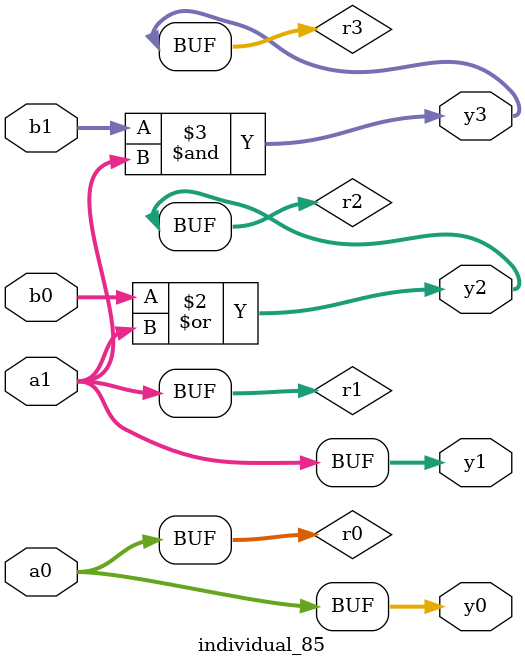
<source format=sv>
module individual_85(input logic [15:0] a1, input logic [15:0] a0, input logic [15:0] b1, input logic [15:0] b0, output logic [15:0] y3, output logic [15:0] y2, output logic [15:0] y1, output logic [15:0] y0);
logic [15:0] r0, r1, r2, r3;  always@(*) begin 	 r0 = a0; r1 = a1; r2 = b0; r3 = b1;  	 r2  |=  a1 ; 	 r3  &=  a1 ; 	 y3 = r3; y2 = r2; y1 = r1; y0 = r0; end
endmodule
</source>
